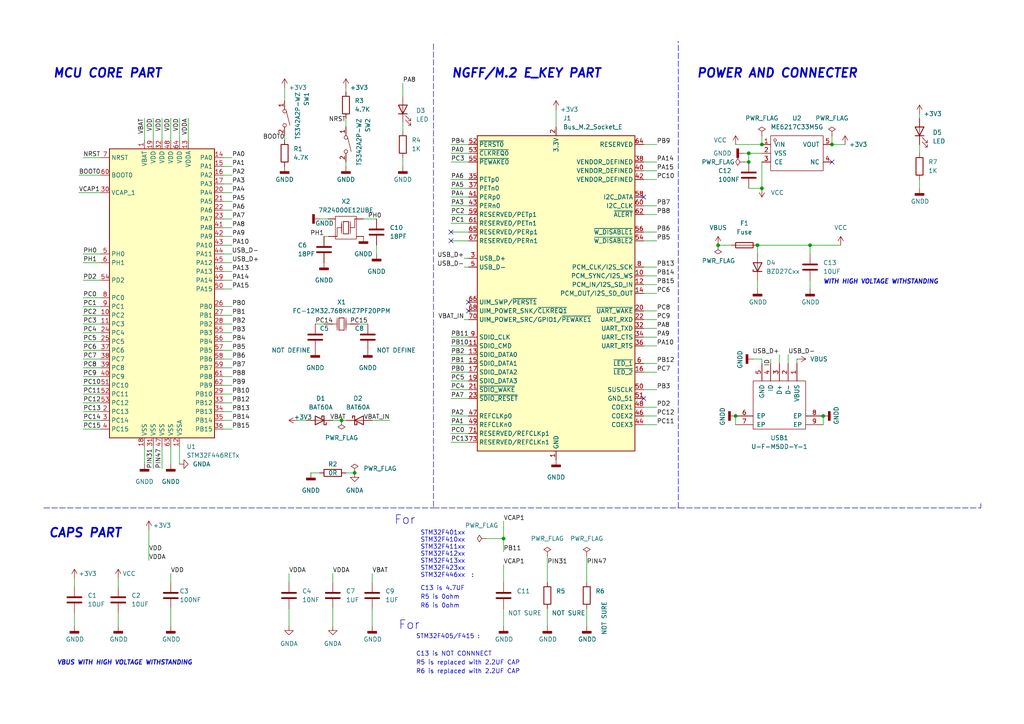
<source format=kicad_sch>
(kicad_sch (version 20211123) (generator eeschema)
  (paper "A4")
  (title_block (title "STM32_M.2_E_KEY_LQFP-64_USB") (date "2022-01-25") (rev "1.0") (company "JSZSZZY"))
  (lib_symbols
    (symbol "Connector:Bus_M.2_Socket_E"
      (property "Reference" "J1" (at 2.0194 50.8 0))
      (property "Value" "Bus_M.2_Socket_E" (at 2.0194 48.26 0))
      (symbol "Bus_M.2_Socket_E_1_1"
        (pin power_in line (at 0 -48.26 90) (length 2.54) (name "GND") (number "1"))
        (pin bidirectional line (at 25.4 5.08 180) (length 2.54) (name "PCM_SYNC/I2S_WS") (number "10"))
        (pin bidirectional line (at -25.4 -15.24 0) (length 2.54) (name "SDIO_CMD") (number "11"))
        (pin input line (at 25.4 2.54 180) (length 2.54) (name "PCM_IN/I2S_SD_IN") (number "12"))
        (pin bidirectional line (at -25.4 -17.78 0) (length 2.54) (name "SDIO_DATA0") (number "13"))
        (pin output line (at 25.4 0 180) (length 2.54) (name "PCM_OUT/I2S_SD_OUT") (number "14"))
        (pin bidirectional line (at -25.4 -20.32 0) (length 2.54) (name "SDIO_DATA1") (number "15"))
        (pin open_collector line (at 25.4 -22.86 180) (length 2.54) (name "~{LED_2}") (number "16"))
        (pin bidirectional line (at -25.4 -22.86 0) (length 2.54) (name "SDIO_DATA2") (number "17"))
        (pin passive line (at 0 -48.26 90) (length 2.54) hide (name "GND") (number "18"))
        (pin bidirectional line (at -25.4 -25.4 0) (length 2.54) (name "SDIO_DATA3") (number "19"))
        (pin power_in line (at 0 48.26 270) (length 2.54) (name "3.3V") (number "2"))
        (pin input line (at 25.4 -5.08 180) (length 2.54) (name "~{UART_WAKE}") (number "20"))
        (pin input line (at -25.4 -27.94 0) (length 2.54) (name "~{SDIO_WAKE}") (number "21"))
        (pin input line (at 25.4 -7.62 180) (length 2.54) (name "UART_RXD") (number "22"))
        (pin output line (at -25.4 -30.48 0) (length 2.54) (name "~{SDIO_RESET}") (number "23"))
        (pin bidirectional line (at -25.4 10.16 0) (length 2.54) (name "USB_D+") (number "3"))
        (pin output line (at 25.4 -10.16 180) (length 2.54) (name "UART_TXD") (number "32"))
        (pin passive line (at 0 -48.26 90) (length 2.54) hide (name "GND") (number "33"))
        (pin input line (at 25.4 -12.7 180) (length 2.54) (name "UART_CTS") (number "34"))
        (pin output line (at -25.4 33.02 0) (length 2.54) (name "PETp0") (number "35"))
        (pin output line (at 25.4 -15.24 180) (length 2.54) (name "UART_RTS") (number "36"))
        (pin output line (at -25.4 30.48 0) (length 2.54) (name "PETn0") (number "37"))
        (pin passive line (at 25.4 38.1 180) (length 2.54) (name "VENDOR_DEFINED") (number "38"))
        (pin passive line (at 0 -48.26 90) (length 2.54) hide (name "GND") (number "39"))
        (pin passive line (at 0 48.26 270) (length 2.54) hide (name "3.3V") (number "4"))
        (pin passive line (at 25.4 35.56 180) (length 2.54) (name "VENDOR_DEFINED") (number "40"))
        (pin input line (at -25.4 27.94 0) (length 2.54) (name "PERp0") (number "41"))
        (pin passive line (at 25.4 33.02 180) (length 2.54) (name "VENDOR_DEFINED") (number "42"))
        (pin input line (at -25.4 25.4 0) (length 2.54) (name "PERn0") (number "43"))
        (pin bidirectional line (at 25.4 -38.1 180) (length 2.54) (name "COEX3") (number "44"))
        (pin passive line (at 0 -48.26 90) (length 2.54) hide (name "GND") (number "45"))
        (pin bidirectional line (at 25.4 -35.56 180) (length 2.54) (name "COEX2") (number "46"))
        (pin output line (at -25.4 -35.56 0) (length 2.54) (name "REFCLKp0") (number "47"))
        (pin bidirectional line (at 25.4 -33.02 180) (length 2.54) (name "COEX1") (number "48"))
        (pin output line (at -25.4 -38.1 0) (length 2.54) (name "REFCLKn0") (number "49"))
        (pin bidirectional line (at -25.4 7.62 0) (length 2.54) (name "USB_D-") (number "5"))
        (pin output line (at 25.4 -27.94 180) (length 2.54) (name "SUSCLK") (number "50"))
        (pin bidirectional line (at 25.4 -30.48 180) (length 2.54) (name "GND_51") (number "51"))
        (pin output line (at -25.4 43.18 0) (length 2.54) (name "~{PERST0}") (number "52"))
        (pin bidirectional line (at -25.4 40.64 0) (length 2.54) (name "~{CLKREQ0}") (number "53"))
        (pin output line (at 25.4 15.24 180) (length 2.54) (name "~{W_DISABLE2}") (number "54"))
        (pin bidirectional line (at -25.4 38.1 0) (length 2.54) (name "~{PEWAKE0}") (number "55"))
        (pin output line (at 25.4 17.78 180) (length 2.54) (name "~{W_DISABLE1}") (number "56"))
        (pin passive line (at 0 -48.26 90) (length 2.54) hide (name "GND") (number "57"))
        (pin bidirectional line (at 25.4 27.94 180) (length 2.54) (name "I2C_DATA") (number "58"))
        (pin output line (at -25.4 22.86 0) (length 2.54) (name "RESERVED/PETp1") (number "59"))
        (pin open_collector line (at 25.4 -20.32 180) (length 2.54) (name "~{LED_1}") (number "6"))
        (pin output line (at 25.4 25.4 180) (length 2.54) (name "I2C_CLK") (number "60"))
        (pin output line (at -25.4 20.32 0) (length 2.54) (name "RESERVED/PETn1") (number "61"))
        (pin input line (at 25.4 22.86 180) (length 2.54) (name "~{ALERT}") (number "62"))
        (pin passive line (at 0 -48.26 90) (length 2.54) hide (name "GND") (number "63"))
        (pin passive line (at 25.4 43.18 180) (length 2.54) (name "RESERVED") (number "64"))
        (pin input line (at -25.4 17.78 0) (length 2.54) (name "RESERVED/PERp1") (number "65"))
        (pin output line (at -25.4 -2.54 0) (length 2.54) (name "UIM_SWP/~{PERST1}") (number "66"))
        (pin input line (at -25.4 15.24 0) (length 2.54) (name "RESERVED/PERn1") (number "67"))
        (pin bidirectional line (at -25.4 -5.08 0) (length 2.54) (name "UIM_POWER_SNK/~{CLKREQ1}") (number "68"))
        (pin passive line (at 0 -48.26 90) (length 2.54) hide (name "GND") (number "69"))
        (pin passive line (at 0 -48.26 90) (length 2.54) hide (name "GND") (number "7"))
        (pin bidirectional line (at -25.4 -7.62 0) (length 2.54) (name "UIM_POWER_SRC/GPIO1/~{PEWAKE1}") (number "70"))
        (pin output line (at -25.4 -40.64 0) (length 2.54) (name "RESERVED/REFCLKp1") (number "71"))
        (pin passive line (at 0 48.26 270) (length 2.54) hide (name "3.3V") (number "72"))
        (pin output line (at -25.4 -43.18 0) (length 2.54) (name "RESERVED/REFCLKn1") (number "73"))
        (pin passive line (at 0 48.26 270) (length 2.54) hide (name "3.3V") (number "74"))
        (pin passive line (at 0 -48.26 90) (length 2.54) hide (name "GND") (number "75"))
        (pin bidirectional line (at 25.4 7.62 180) (length 2.54) (name "PCM_CLK/I2S_SCK") (number "8"))
        (pin output line (at -25.4 -12.7 0) (length 2.54) (name "SDIO_CLK") (number "9"))
      )
    )
    (symbol "Device:C" (pin_numbers hide) (pin_names (offset 0.254))
      (property "Reference" "C" (at 0.635 2.54 0))
      (property "Value" "C" (at 0.635 -2.54 0))
      (symbol "C_1_1"
        (pin passive line (at 0 3.81 270) (length 2.794) (name "~") (number "1"))
        (pin passive line (at 0 -3.81 90) (length 2.794) (name "~") (number "2"))
      )
    )
    (symbol "Device:Fuse" (pin_numbers hide) (pin_names (offset 0))
      (property "Reference" "F" (at 2.032 0 90))
      (property "Value" "Fuse" (at -1.905 0 90))
      (symbol "Fuse_1_1"
        (pin passive line (at 0 3.81 270) (length 1.27) (name "~") (number "1"))
        (pin passive line (at 0 -3.81 90) (length 1.27) (name "~") (number "2"))
      )
    )
    (symbol "Device:LED" (pin_numbers hide) (pin_names (offset 1.016) hide)
      (property "Reference" "D" (at 0 2.54 0))
      (property "Value" "LED" (at 0 -2.54 0))
      (symbol "LED_1_1"
        (pin passive line (at -3.81 0 0) (length 2.54) (name "K") (number "1"))
        (pin passive line (at 3.81 0 180) (length 2.54) (name "A") (number "2"))
      )
    )
    (symbol "Device:R" (pin_numbers hide) (pin_names (offset 0))
      (property "Reference" "R" (at 2.032 0 90))
      (property "Value" "R" (at 0 0 90))
      (symbol "R_1_1"
        (pin passive line (at 0 3.81 270) (length 1.27) (name "~") (number "1"))
        (pin passive line (at 0 -3.81 90) (length 1.27) (name "~") (number "2"))
      )
    )
    (symbol "Diode:BAT60A" (pin_numbers hide) (pin_names (offset 1.016) hide)
      (property "Reference" "D" (at 0 2.54 0))
      (property "Value" "BAT60A" (at 0 -2.54 0))
      (symbol "BAT60A_1_1"
        (pin passive line (at -3.81 0 0) (length 2.54) (name "K") (number "1"))
        (pin passive line (at 3.81 0 180) (length 2.54) (name "A") (number "2"))
      )
    )
    (symbol "Diode:BZD27Cxx" (pin_numbers hide) (pin_names hide)
      (property "Reference" "D" (at 0 2.54 0))
      (property "Value" "BZD27Cxx" (at 0 -2.54 0))
      (symbol "BZD27Cxx_1_1"
        (pin passive line (at -3.81 0 0) (length 2.54) (name "K") (number "1"))
        (pin passive line (at 3.81 0 180) (length 2.54) (name "A") (number "2"))
      )
    )
    (symbol "MCU_ST_STM32F4:STM32F446RETx"
      (property "Reference" "U" (at -15.24 41.91 0))
      (property "Value" "STM32F446RETx" (at 10.16 41.91 0))
      (symbol "STM32F446RETx_1_1"
        (pin power_in line (at -5.08 43.18 270) (length 2.54) (name "VBAT") (number "1"))
        (pin bidirectional line (at -17.78 -7.62 0) (length 2.54) (name "PC2") (number "10"))
        (pin bidirectional line (at -17.78 -10.16 0) (length 2.54) (name "PC3") (number "11"))
        (pin power_in line (at 5.08 -45.72 90) (length 2.54) (name "VSSA") (number "12"))
        (pin power_in line (at 7.62 43.18 270) (length 2.54) (name "VDDA") (number "13"))
        (pin bidirectional line (at 17.78 38.1 180) (length 2.54) (name "PA0") (number "14"))
        (pin bidirectional line (at 17.78 35.56 180) (length 2.54) (name "PA1") (number "15"))
        (pin bidirectional line (at 17.78 33.02 180) (length 2.54) (name "PA2") (number "16"))
        (pin bidirectional line (at 17.78 30.48 180) (length 2.54) (name "PA3") (number "17"))
        (pin power_in line (at -5.08 -45.72 90) (length 2.54) (name "VSS") (number "18"))
        (pin power_in line (at -2.54 43.18 270) (length 2.54) (name "VDD") (number "19"))
        (pin bidirectional line (at -17.78 -35.56 0) (length 2.54) (name "PC13") (number "2"))
        (pin bidirectional line (at 17.78 27.94 180) (length 2.54) (name "PA4") (number "20"))
        (pin bidirectional line (at 17.78 25.4 180) (length 2.54) (name "PA5") (number "21"))
        (pin bidirectional line (at 17.78 22.86 180) (length 2.54) (name "PA6") (number "22"))
        (pin bidirectional line (at 17.78 20.32 180) (length 2.54) (name "PA7") (number "23"))
        (pin bidirectional line (at -17.78 -12.7 0) (length 2.54) (name "PC4") (number "24"))
        (pin bidirectional line (at -17.78 -15.24 0) (length 2.54) (name "PC5") (number "25"))
        (pin bidirectional line (at 17.78 -5.08 180) (length 2.54) (name "PB0") (number "26"))
        (pin bidirectional line (at 17.78 -7.62 180) (length 2.54) (name "PB1") (number "27"))
        (pin bidirectional line (at 17.78 -10.16 180) (length 2.54) (name "PB2") (number "28"))
        (pin bidirectional line (at 17.78 -30.48 180) (length 2.54) (name "PB10") (number "29"))
        (pin bidirectional line (at -17.78 -38.1 0) (length 2.54) (name "PC14") (number "3"))
        (pin power_in line (at -17.78 27.94 0) (length 2.54) (name "VCAP_1") (number "30"))
        (pin power_in line (at -2.54 -45.72 90) (length 2.54) (name "VSS") (number "31"))
        (pin power_in line (at 0 43.18 270) (length 2.54) (name "VDD") (number "32"))
        (pin bidirectional line (at 17.78 -33.02 180) (length 2.54) (name "PB12") (number "33"))
        (pin bidirectional line (at 17.78 -35.56 180) (length 2.54) (name "PB13") (number "34"))
        (pin bidirectional line (at 17.78 -38.1 180) (length 2.54) (name "PB14") (number "35"))
        (pin bidirectional line (at 17.78 -40.64 180) (length 2.54) (name "PB15") (number "36"))
        (pin bidirectional line (at -17.78 -17.78 0) (length 2.54) (name "PC6") (number "37"))
        (pin bidirectional line (at -17.78 -20.32 0) (length 2.54) (name "PC7") (number "38"))
        (pin bidirectional line (at -17.78 -22.86 0) (length 2.54) (name "PC8") (number "39"))
        (pin bidirectional line (at -17.78 -40.64 0) (length 2.54) (name "PC15") (number "4"))
        (pin bidirectional line (at -17.78 -25.4 0) (length 2.54) (name "PC9") (number "40"))
        (pin bidirectional line (at 17.78 17.78 180) (length 2.54) (name "PA8") (number "41"))
        (pin bidirectional line (at 17.78 15.24 180) (length 2.54) (name "PA9") (number "42"))
        (pin bidirectional line (at 17.78 12.7 180) (length 2.54) (name "PA10") (number "43"))
        (pin bidirectional line (at 17.78 10.16 180) (length 2.54) (name "PA11") (number "44"))
        (pin bidirectional line (at 17.78 7.62 180) (length 2.54) (name "PA12") (number "45"))
        (pin bidirectional line (at 17.78 5.08 180) (length 2.54) (name "PA13") (number "46"))
        (pin power_in line (at 0 -45.72 90) (length 2.54) (name "VSS") (number "47"))
        (pin power_in line (at 2.54 43.18 270) (length 2.54) (name "VDD") (number "48"))
        (pin bidirectional line (at 17.78 2.54 180) (length 2.54) (name "PA14") (number "49"))
        (pin input line (at -17.78 10.16 0) (length 2.54) (name "PH0") (number "5"))
        (pin bidirectional line (at 17.78 0 180) (length 2.54) (name "PA15") (number "50"))
        (pin bidirectional line (at -17.78 -27.94 0) (length 2.54) (name "PC10") (number "51"))
        (pin bidirectional line (at -17.78 -30.48 0) (length 2.54) (name "PC11") (number "52"))
        (pin bidirectional line (at -17.78 -33.02 0) (length 2.54) (name "PC12") (number "53"))
        (pin bidirectional line (at -17.78 2.54 0) (length 2.54) (name "PD2") (number "54"))
        (pin bidirectional line (at 17.78 -12.7 180) (length 2.54) (name "PB3") (number "55"))
        (pin bidirectional line (at 17.78 -15.24 180) (length 2.54) (name "PB4") (number "56"))
        (pin bidirectional line (at 17.78 -17.78 180) (length 2.54) (name "PB5") (number "57"))
        (pin bidirectional line (at 17.78 -20.32 180) (length 2.54) (name "PB6") (number "58"))
        (pin bidirectional line (at 17.78 -22.86 180) (length 2.54) (name "PB7") (number "59"))
        (pin input line (at -17.78 7.62 0) (length 2.54) (name "PH1") (number "6"))
        (pin input line (at -17.78 33.02 0) (length 2.54) (name "BOOT0") (number "60"))
        (pin bidirectional line (at 17.78 -25.4 180) (length 2.54) (name "PB8") (number "61"))
        (pin bidirectional line (at 17.78 -27.94 180) (length 2.54) (name "PB9") (number "62"))
        (pin power_in line (at 2.54 -45.72 90) (length 2.54) (name "VSS") (number "63"))
        (pin power_in line (at 5.08 43.18 270) (length 2.54) (name "VDD") (number "64"))
        (pin input line (at -17.78 38.1 0) (length 2.54) (name "NRST") (number "7"))
        (pin bidirectional line (at -17.78 -2.54 0) (length 2.54) (name "PC0") (number "8"))
        (pin bidirectional line (at -17.78 -5.08 0) (length 2.54) (name "PC1") (number "9"))
      )
    )
    (symbol "kicad_lceda:7R24000E12UBE" (pin_numbers hide) (pin_names (offset 1.016) hide)
      (property "Reference" "X" (at 0 0 0))
      (property "Value" "7R24000E12UBE" (at 0 0 0))
      (symbol "7R24000E12UBE_1_1"
        (pin input line (at -5.08 -2.54 0) (length 2.54) (name "OSC1") (number "1"))
        (pin input line (at 5.08 -2.54 180) (length 2.032) (name "GND") (number "2"))
        (pin input line (at 5.08 2.54 180) (length 2.54) (name "OSC2") (number "3"))
        (pin input line (at -5.08 2.54 0) (length 2.032) (name "GND") (number "4"))
      )
    )
    (symbol "kicad_lceda:FC-12M32.768KHZ7PF20PPM" (pin_numbers hide) (pin_names (offset 1.016) hide)
      (property "Reference" "X" (at 0 0 0))
      (property "Value" "FC-12M32.768KHZ7PF20PPM" (at 0 0 0))
      (symbol "FC-12M32.768KHZ7PF20PPM_1_1"
        (pin input line (at -5.08 0 0) (length 2.54) (name "OSC1") (number "1"))
        (pin input line (at 5.08 0 180) (length 2.54) (name "OSC2") (number "2"))
      )
    )
    (symbol "kicad_lceda:ME6217C33M5G" (pin_names (offset 1.016))
      (property "Reference" "U" (at 0 0 0))
      (property "Value" "ME6217C33M5G" (at 0 0 0))
      (symbol "ME6217C33M5G_1_1"
        (pin input line (at -10.16 2.54 0) (length 2.54) (name "VIN") (number "1"))
        (pin input line (at -10.16 0 0) (length 2.54) (name "VSS") (number "2"))
        (pin input line (at -10.16 -2.54 0) (length 2.54) (name "CE") (number "3"))
        (pin input line (at 10.16 -2.54 180) (length 2.54) (name "NC") (number "4"))
        (pin input line (at 10.16 2.54 180) (length 2.54) (name "VOUT") (number "5"))
      )
    )
    (symbol "kicad_lceda:TS342A2P-WZ" (pin_names (offset 1.016) hide)
      (property "Reference" "SW" (at 0 0 0))
      (property "Value" "TS342A2P-WZ" (at 0 0 0))
      (symbol "TS342A2P-WZ_1_1"
        (pin input line (at -5.08 0 0) (length 2.54) (name "1") (number "1"))
        (pin input line (at 5.08 0 180) (length 2.54) (name "2") (number "2"))
      )
    )
    (symbol "kicad_lceda:U-F-M5DD-Y-1" (pin_names (offset 1.016))
      (property "Reference" "USB" (at 0 0 0))
      (property "Value" "U-F-M5DD-Y-1" (at 0 0 0))
      (symbol "U-F-M5DD-Y-1_1_1"
        (pin input line (at -10.16 6.35 0) (length 5.08) (name "VBUS") (number "1"))
        (pin input line (at -10.16 3.81 0) (length 5.08) (name "D-") (number "2"))
        (pin input line (at -10.16 1.27 0) (length 5.08) (name "D+") (number "3"))
        (pin input line (at -10.16 -1.27 0) (length 5.08) (name "ID") (number "4"))
        (pin input line (at -10.16 -3.81 0) (length 5.08) (name "GND") (number "5"))
        (pin input line (at 5.08 -11.43 90) (length 5.08) (name "EP") (number "6"))
        (pin input line (at 7.62 -11.43 90) (length 5.08) (name "EP") (number "7"))
        (pin input line (at 5.08 13.97 270) (length 5.08) (name "EP") (number "8"))
        (pin input line (at 7.62 13.97 270) (length 5.08) (name "EP") (number "9"))
      )
    )
    (symbol "power:+3.3V" (power) (pin_names (offset 0))
      (property "Value" "+3.3V" (at 0 3.556 0))
      (symbol "+3.3V_1_1"
        (pin power_in line (at 0 0 90) (length 0) hide (name "+3V3") (number "1"))
      )
    )
    (symbol "power:GNDA" (power) (pin_names (offset 0))
      (property "Value" "GNDA" (at 0 -3.81 0))
      (symbol "GNDA_1_1"
        (pin power_in line (at 0 0 270) (length 0) hide (name "GNDA") (number "1"))
      )
    )
    (symbol "power:GNDD" (power) (pin_names (offset 0))
      (property "Value" "GNDD" (at 0 -3.175 0))
      (symbol "GNDD_1_1"
        (pin power_in line (at 0 0 270) (length 0) hide (name "GNDD") (number "1"))
      )
    )
    (symbol "power:PWR_FLAG" (power) (pin_numbers hide) (pin_names (offset 0) hide)
      (property "Value" "PWR_FLAG" (at 0 3.81 0))
      (symbol "PWR_FLAG_0_0"
        (pin power_out line (at 0 0 90) (length 0) (name "pwr") (number "1"))
      )
    )
    (symbol "power:VBUS" (power) (pin_names (offset 0))
      (property "Value" "VBUS" (at 0 3.81 0))
      (symbol "VBUS_1_1"
        (pin power_in line (at 0 0 90) (length 0) hide (name "VBUS") (number "1"))
      )
    )
    (symbol "power:VCC" (power) (pin_names (offset 0))
      (property "Value" "VCC" (at 0 3.81 0))
      (symbol "VCC_1_1"
        (pin power_in line (at 0 0 90) (length 0) hide (name "VCC") (number "1"))
      )
    )
  )
  (junction (at 217.17 44.45))
  (junction (at 219.71 71.12))
  (junction (at 208.28 71.12))
  (junction (at 146.05 156.21))
  (junction (at 220.98 41.91))
  (junction (at 234.95 71.12))
  (junction (at 213.36 120.65))
  (junction (at 217.17 46.99))
  (junction (at 220.98 54.61))
  (junction (at 241.3 41.91))
  (junction (at 238.76 120.65))
  (junction (at 102.87 137.16))
  (junction (at 99.06 121.92))
  (no_connect (at 186.69 115.57))
  (no_connect (at 186.69 57.15))
  (no_connect (at 135.89 87.63))
  (no_connect (at 135.89 90.17))
  (no_connect (at 130.81 67.31))
  (no_connect (at 241.3 46.99))
  (no_connect (at 130.81 69.85))
  (wire (pts (xy 96.52 121.92) (xy 99.06 121.92)))
  (wire (pts (xy 22.86 55.88) (xy 29.21 55.88)))
  (wire (pts (xy 21.59 167.64) (xy 21.59 170.18)))
  (wire (pts (xy 190.5 46.99) (xy 186.69 46.99)))
  (wire (pts (xy 46.99 34.29) (xy 46.99 40.64)))
  (wire (pts (xy 44.45 34.29) (xy 44.45 40.64)))
  (wire (pts (xy 67.31 63.5) (xy 64.77 63.5)))
  (wire (pts (xy 130.81 105.41) (xy 135.89 105.41)))
  (wire (pts (xy 67.31 106.68) (xy 64.77 106.68)))
  (wire (pts (xy 67.31 50.8) (xy 64.77 50.8)))
  (wire (pts (xy 266.7 33.02) (xy 266.7 34.29)))
  (wire (pts (xy 83.82 181.61) (xy 83.82 176.53)))
  (wire (pts (xy 67.31 68.58) (xy 64.77 68.58)))
  (wire (pts (xy 130.81 69.85) (xy 135.89 69.85)))
  (wire (pts (xy 67.31 58.42) (xy 64.77 58.42)))
  (wire (pts (xy 24.13 88.9) (xy 29.21 88.9)))
  (wire (pts (xy 100.33 48.26) (xy 100.33 46.99)))
  (wire (pts (xy 106.68 93.98) (xy 104.14 93.98)))
  (wire (pts (xy 158.75 161.29) (xy 158.75 168.91)))
  (wire (pts (xy 24.13 99.06) (xy 29.21 99.06)))
  (wire (pts (xy 96.52 181.61) (xy 96.52 176.53)))
  (wire (pts (xy 146.05 151.13) (xy 146.05 156.21)))
  (wire (pts (xy 24.13 124.46) (xy 29.21 124.46)))
  (wire (pts (xy 219.71 73.66) (xy 219.71 71.12)))
  (wire (pts (xy 208.28 71.12) (xy 212.09 71.12)))
  (wire (pts (xy 44.45 135.89) (xy 44.45 129.54)))
  (wire (pts (xy 219.71 71.12) (xy 234.95 71.12)))
  (wire (pts (xy 116.84 48.26) (xy 116.84 45.72)))
  (wire (pts (xy 130.81 41.91) (xy 135.89 41.91)))
  (wire (pts (xy 93.98 68.58) (xy 95.25 68.58)))
  (wire (pts (xy 220.98 39.37) (xy 220.98 41.91)))
  (wire (pts (xy 67.31 48.26) (xy 64.77 48.26)))
  (wire (pts (xy 24.13 73.66) (xy 29.21 73.66)))
  (wire (pts (xy 82.55 25.4) (xy 82.55 29.21)))
  (wire (pts (xy 49.53 129.54) (xy 49.53 134.62)))
  (wire (pts (xy 146.05 156.21) (xy 146.05 160.02)))
  (wire (pts (xy 146.05 163.83) (xy 146.05 168.91)))
  (wire (pts (xy 54.61 34.29) (xy 54.61 40.64)))
  (wire (pts (xy 24.13 101.6) (xy 29.21 101.6)))
  (wire (pts (xy 190.5 92.71) (xy 186.69 92.71)))
  (wire (pts (xy 130.81 67.31) (xy 135.89 67.31)))
  (wire (pts (xy 24.13 121.92) (xy 29.21 121.92)))
  (wire (pts (xy 130.81 123.19) (xy 135.89 123.19)))
  (wire (pts (xy 22.86 50.8) (xy 29.21 50.8)))
  (wire (pts (xy 134.62 77.47) (xy 135.89 77.47)))
  (wire (pts (xy 24.13 93.98) (xy 29.21 93.98)))
  (wire (pts (xy 140.97 156.21) (xy 146.05 156.21)))
  (wire (pts (xy 190.5 120.65) (xy 186.69 120.65)))
  (wire (pts (xy 170.18 181.61) (xy 170.18 176.53)))
  (wire (pts (xy 130.81 120.65) (xy 135.89 120.65)))
  (wire (pts (xy 67.31 101.6) (xy 64.77 101.6)))
  (wire (pts (xy 130.81 97.79) (xy 135.89 97.79)))
  (wire (pts (xy 21.59 181.61) (xy 21.59 177.8)))
  (wire (pts (xy 107.95 166.37) (xy 107.95 168.91)))
  (wire (pts (xy 130.81 59.69) (xy 135.89 59.69)))
  (wire (pts (xy 49.53 166.37) (xy 49.53 168.91)))
  (wire (pts (xy 158.75 181.61) (xy 158.75 176.53)))
  (wire (pts (xy 67.31 99.06) (xy 64.77 99.06)))
  (wire (pts (xy 217.17 44.45) (xy 220.98 44.45)))
  (wire (pts (xy 130.81 52.07) (xy 135.89 52.07)))
  (wire (pts (xy 190.5 59.69) (xy 186.69 59.69)))
  (wire (pts (xy 130.81 115.57) (xy 135.89 115.57)))
  (wire (pts (xy 190.5 113.03) (xy 186.69 113.03)))
  (wire (pts (xy 217.17 44.45) (xy 217.17 46.99)))
  (wire (pts (xy 130.81 107.95) (xy 135.89 107.95)))
  (wire (pts (xy 90.17 137.16) (xy 92.71 137.16)))
  (wire (pts (xy 67.31 124.46) (xy 64.77 124.46)))
  (wire (pts (xy 96.52 166.37) (xy 96.52 168.91)))
  (wire (pts (xy 107.95 181.61) (xy 107.95 176.53)))
  (wire (pts (xy 130.81 113.03) (xy 135.89 113.03)))
  (wire (pts (xy 190.5 77.47) (xy 186.69 77.47)))
  (wire (pts (xy 190.5 49.53) (xy 186.69 49.53)))
  (wire (pts (xy 190.5 52.07) (xy 186.69 52.07)))
  (wire (pts (xy 190.5 85.09) (xy 186.69 85.09)))
  (wire (pts (xy 134.62 74.93) (xy 135.89 74.93)))
  (wire (pts (xy 67.31 121.92) (xy 64.77 121.92)))
  (wire (pts (xy 24.13 109.22) (xy 29.21 109.22)))
  (wire (pts (xy 67.31 104.14) (xy 64.77 104.14)))
  (wire (pts (xy 213.36 120.65) (xy 213.36 123.19)))
  (wire (pts (xy 67.31 109.22) (xy 64.77 109.22)))
  (wire (pts (xy 24.13 81.28) (xy 29.21 81.28)))
  (polyline (pts (xy 196.85 147.32) (xy 284.48 147.32)))
  (wire (pts (xy 24.13 45.72) (xy 29.21 45.72)))
  (wire (pts (xy 83.82 166.37) (xy 83.82 168.91)))
  (polyline (pts (xy 12.7 147.32) (xy 125.73 147.32)))
  (wire (pts (xy 130.81 64.77) (xy 135.89 64.77)))
  (wire (pts (xy 67.31 83.82) (xy 64.77 83.82)))
  (wire (pts (xy 215.7491 44.45) (xy 217.17 44.45)))
  (wire (pts (xy 241.3 39.37) (xy 241.3 41.91)))
  (wire (pts (xy 266.7 44.45) (xy 266.7 41.91)))
  (wire (pts (xy 220.98 46.99) (xy 220.98 54.61)))
  (wire (pts (xy 67.31 88.9) (xy 64.77 88.9)))
  (wire (pts (xy 67.31 116.84) (xy 64.77 116.84)))
  (wire (pts (xy 130.81 110.49) (xy 135.89 110.49)))
  (wire (pts (xy 190.5 69.85) (xy 186.69 69.85)))
  (wire (pts (xy 116.84 38.1) (xy 116.84 35.56)))
  (wire (pts (xy 130.81 46.99) (xy 135.89 46.99)))
  (wire (pts (xy 223.52 104.14) (xy 223.52 105.41)))
  (wire (pts (xy 102.87 137.16) (xy 100.33 137.16)))
  (wire (pts (xy 134.62 92.71) (xy 135.89 92.71)))
  (wire (pts (xy 82.55 40.64) (xy 82.55 39.37)))
  (wire (pts (xy 219.71 81.28) (xy 219.71 83.82)))
  (wire (pts (xy 161.29 31.75) (xy 161.29 36.83)))
  (wire (pts (xy 231.14 104.14) (xy 231.14 105.41)))
  (polyline (pts (xy 125.73 147.32) (xy 196.7288 147.32)))
  (wire (pts (xy 24.13 116.84) (xy 29.21 116.84)))
  (wire (pts (xy 190.5 62.23) (xy 186.69 62.23)))
  (wire (pts (xy 67.31 78.74) (xy 64.77 78.74)))
  (wire (pts (xy 67.31 81.28) (xy 64.77 81.28)))
  (wire (pts (xy 100.33 36.83) (xy 100.33 34.29)))
  (wire (pts (xy 245.11 41.91) (xy 241.3 41.91)))
  (wire (pts (xy 220.98 104.14) (xy 218.44 104.14)))
  (wire (pts (xy 130.81 125.73) (xy 135.89 125.73)))
  (wire (pts (xy 24.13 76.2) (xy 29.21 76.2)))
  (wire (pts (xy 34.29 181.61) (xy 34.29 177.8)))
  (wire (pts (xy 130.81 62.23) (xy 135.89 62.23)))
  (wire (pts (xy 228.6 102.87) (xy 228.6 105.41)))
  (wire (pts (xy 24.13 106.68) (xy 29.21 106.68)))
  (polyline (pts (xy 125.73 12.7) (xy 125.73 147.32)))
  (wire (pts (xy 67.31 91.44) (xy 64.77 91.44)))
  (wire (pts (xy 109.22 63.5) (xy 105.41 63.5)))
  (wire (pts (xy 130.81 128.27) (xy 135.89 128.27)))
  (wire (pts (xy 24.13 119.38) (xy 29.21 119.38)))
  (wire (pts (xy 234.95 83.82) (xy 234.95 81.28)))
  (wire (pts (xy 67.31 60.96) (xy 64.77 60.96)))
  (polyline (pts (xy 284.48 146.05) (xy 284.48 147.32)))
  (wire (pts (xy 226.06 102.87) (xy 226.06 105.41)))
  (wire (pts (xy 92.71 63.5) (xy 95.25 63.5)))
  (wire (pts (xy 24.13 114.3) (xy 29.21 114.3)))
  (wire (pts (xy 190.5 82.55) (xy 186.69 82.55)))
  (wire (pts (xy 24.13 91.44) (xy 29.21 91.44)))
  (wire (pts (xy 67.31 93.98) (xy 64.77 93.98)))
  (wire (pts (xy 24.13 86.36) (xy 29.21 86.36)))
  (wire (pts (xy 190.5 100.33) (xy 186.69 100.33)))
  (wire (pts (xy 220.98 105.41) (xy 220.98 104.14)))
  (wire (pts (xy 99.06 121.92) (xy 100.33 121.92)))
  (wire (pts (xy 52.07 134.62) (xy 52.07 129.54)))
  (wire (pts (xy 67.31 45.72) (xy 64.77 45.72)))
  (wire (pts (xy 24.13 111.76) (xy 29.21 111.76)))
  (wire (pts (xy 24.13 104.14) (xy 29.21 104.14)))
  (wire (pts (xy 130.81 54.61) (xy 135.89 54.61)))
  (wire (pts (xy 243.84 71.12) (xy 234.95 71.12)))
  (wire (pts (xy 190.5 107.95) (xy 186.69 107.95)))
  (wire (pts (xy 49.53 181.61) (xy 49.53 176.53)))
  (wire (pts (xy 67.31 96.52) (xy 64.77 96.52)))
  (wire (pts (xy 130.81 57.15) (xy 135.89 57.15)))
  (wire (pts (xy 67.31 114.3) (xy 64.77 114.3)))
  (wire (pts (xy 190.5 80.01) (xy 186.69 80.01)))
  (wire (pts (xy 86.36 121.92) (xy 88.9 121.92)))
  (wire (pts (xy 190.5 90.17) (xy 186.69 90.17)))
  (wire (pts (xy 190.5 123.19) (xy 186.69 123.19)))
  (wire (pts (xy 46.99 135.89) (xy 46.99 129.54)))
  (wire (pts (xy 190.5 105.41) (xy 186.69 105.41)))
  (wire (pts (xy 67.31 55.88) (xy 64.77 55.88)))
  (wire (pts (xy 190.5 95.25) (xy 186.69 95.25)))
  (wire (pts (xy 91.44 93.98) (xy 93.98 93.98)))
  (wire (pts (xy 190.5 97.79) (xy 186.69 97.79)))
  (wire (pts (xy 100.33 26.67) (xy 100.33 25.4)))
  (wire (pts (xy 146.05 181.61) (xy 146.05 176.53)))
  (wire (pts (xy 234.95 71.12) (xy 234.95 73.66)))
  (wire (pts (xy 24.13 96.52) (xy 29.21 96.52)))
  (wire (pts (xy 67.31 53.34) (xy 64.77 53.34)))
  (wire (pts (xy 109.22 73.66) (xy 109.22 71.12)))
  (wire (pts (xy 113.03 121.92) (xy 107.95 121.92)))
  (wire (pts (xy 190.5 41.91) (xy 186.69 41.91)))
  (wire (pts (xy 43.18 153.67) (xy 43.18 162.56)))
  (wire (pts (xy 41.91 134.62) (xy 41.91 129.54)))
  (wire (pts (xy 67.31 66.04) (xy 64.77 66.04)))
  (wire (pts (xy 49.53 34.29) (xy 49.53 40.64)))
  (wire (pts (xy 220.98 54.61) (xy 217.17 54.61)))
  (wire (pts (xy 41.91 34.29) (xy 41.91 40.64)))
  (wire (pts (xy 67.31 119.38) (xy 64.77 119.38)))
  (wire (pts (xy 190.5 67.31) (xy 186.69 67.31)))
  (wire (pts (xy 67.31 73.66) (xy 64.77 73.66)))
  (wire (pts (xy 170.18 161.29) (xy 170.18 168.91)))
  (wire (pts (xy 67.31 71.12) (xy 64.77 71.12)))
  (wire (pts (xy 130.81 44.45) (xy 135.89 44.45)))
  (polyline (pts (xy 196.7288 147.32) (xy 196.7288 11.973)))
  (wire (pts (xy 190.5 118.11) (xy 186.69 118.11)))
  (wire (pts (xy 266.7 54.61) (xy 266.7 52.07)))
  (wire (pts (xy 67.31 111.76) (xy 64.77 111.76)))
  (wire (pts (xy 213.36 41.91) (xy 220.98 41.91)))
  (wire (pts (xy 67.31 76.2) (xy 64.77 76.2)))
  (wire (pts (xy 130.81 100.33) (xy 135.89 100.33)))
  (wire (pts (xy 130.81 102.87) (xy 135.89 102.87)))
  (polyline (pts (xy 196.6682 12.2153) (xy 196.7288 11.973)))
  (wire (pts (xy 215.9 46.99) (xy 217.17 46.99)))
  (wire (pts (xy 116.84 24.13) (xy 116.84 27.94)))
  (wire (pts (xy 34.29 167.64) (xy 34.29 170.18)))
  (wire (pts (xy 238.76 120.65) (xy 238.76 123.19)))
  (wire (pts (xy 52.07 34.29) (xy 52.07 40.64)))
  (text "CAPS PART" (at 13.97 156.21 0) (effects (font (size 2.54 2.54) bold italic) (justify left bottom)))
  (text "NGFF/M.2 E_KEY PART" (at 130.81 22.86 0) (effects (font (size 2.54 2.54) bold italic) (justify left bottom)))
  (text "C13 is 4.7UF" (at 121.92 171.45 0) (effects (font (size 1.27 1.27)) (justify left bottom)))
  (text "STM32F405/F415 :" (at 120.65 185.42 0) (effects (font (size 1.27 1.27)) (justify left bottom)))
  (text "WITH HIGH VOLTAGE WITHSTANDING" (at 238.76 82.55 0) (effects (font (size 1.27 1.27) (thickness 0.254) bold italic) (justify left bottom)))
  (text "R6 is 0ohm" (at 121.92 176.53 0) (effects (font (size 1.27 1.27)) (justify left bottom)))
  (text "R6 is replaced with 2.2UF CAP" (at 120.65 195.58 0) (effects (font (size 1.27 1.27)) (justify left bottom)))
  (text "POWER AND CONNECTER" (at 201.93 22.86 0) (effects (font (size 2.54 2.54) bold italic) (justify left bottom)))
  (text "For" (at 115.57 182.88 0) (effects (font (size 2.54 2.54)) (justify left bottom)))
  (text "STM32F401xx\nSTM32F410xx\nSTM32F411xx\nSTM32F412xx\nSTM32F413xx\nSTM32F423xx\nSTM32F446xx  :\n" (at 121.92 167.64 0) (effects (font (size 1.27 1.27)) (justify left bottom)))
  (text "MCU CORE PART\n" (at 15.24 22.86 0) (effects (font (size 2.54 2.54) bold italic) (justify left bottom)))
  (text "For" (at 114.3 152.4 0) (effects (font (size 2.54 2.54)) (justify left bottom)))
  (text "R5 is replaced with 2.2UF CAP" (at 120.65 193.04 0) (effects (font (size 1.27 1.27)) (justify left bottom)))
  (text "C13 is NOT CONNNECT" (at 120.65 190.5 0) (effects (font (size 1.27 1.27)) (justify left bottom)))
  (text "VBUS WITH HIGH VOLTAGE WITHSTANDING" (at 16.51 193.04 0) (effects (font (size 1.27 1.27) (thickness 0.254) bold italic) (justify left bottom)))
  (text "R5 is 0ohm" (at 121.92 173.99 0) (effects (font (size 1.27 1.27)) (justify left bottom)))
  (label "PB8" (at 190.5 62.23 0))
  (label "PB10" (at 67.31 114.3 0))
  (label "PA6" (at 130.81 52.07 0))
  (label "PC5" (at 130.81 110.49 0))
  (label "PC4" (at 24.13 96.52 0))
  (label "VCAP1" (at 146.05 151.2435 0))
  (label "PC8" (at 24.13 106.68 0))
  (label "PB5" (at 67.31 101.6 0))
  (label "PB1" (at 130.81 105.41 0))
  (label "PC7" (at 190.5 107.95 0))
  (label "BOOT0" (at 82.55 40.64 180))
  (label "PB8" (at 67.31 109.22 0))
  (label "PC3" (at 24.13 93.98 0))
  (label "PIN47" (at 46.99 135.89 90))
  (label "PH0" (at 24.13 73.66 0))
  (label "ID" (at 223.52 104.14 270))
  (label "PC14" (at 91.44 93.98 0))
  (label "VDD" (at 52.07 34.29 270))
  (label "PC2" (at 130.81 62.23 0))
  (label "VDDA" (at 83.82 166.37 0))
  (label "PC9" (at 190.5 92.71 0))
  (label "PD2" (at 190.5 118.11 0))
  (label "PB6" (at 190.5 67.31 0))
  (label "VDD" (at 49.53 166.37 0))
  (label "PB5" (at 190.5 69.85 0))
  (label "PA5" (at 130.81 54.61 0))
  (label "PC10" (at 24.13 111.76 0))
  (label "PB0" (at 67.31 88.9 0))
  (label "PA0" (at 67.31 45.72 0))
  (label "NRST" (at 24.13 45.72 0))
  (label "PC3" (at 130.81 46.99 0))
  (label "PC15" (at 106.68 93.98 180))
  (label "PA13" (at 67.31 78.74 0))
  (label "PC9" (at 24.13 109.22 0))
  (label "PB7" (at 67.31 106.68 0))
  (label "PC5" (at 24.13 99.06 0))
  (label "PB15" (at 190.5 82.55 0))
  (label "PC7" (at 24.13 104.14 0))
  (label "PA15" (at 190.5 49.53 0))
  (label "PA7" (at 67.31 63.5 0))
  (label "PC1" (at 24.13 88.9 0))
  (label "PC11" (at 190.5 123.19 0))
  (label "PC8" (at 190.5 90.17 0))
  (label "VDD" (at 46.99 34.29 270))
  (label "PA14" (at 190.5 46.99 0))
  (label "PB13" (at 190.5 77.47 0))
  (label "PB2" (at 130.81 102.87 0))
  (label "PIN31" (at 158.75 163.83 0))
  (label "PH1" (at 93.98 68.58 180))
  (label "PA4" (at 130.81 57.15 0))
  (label "PC6" (at 24.13 101.6 0))
  (label "PC13" (at 130.81 128.27 0))
  (label "PA7" (at 130.81 115.57 0))
  (label "PC2" (at 24.13 91.44 0))
  (label "PB3" (at 67.31 96.52 0))
  (label "PB11" (at 146.05 160.02 0))
  (label "PA2" (at 130.81 120.65 0))
  (label "PH0" (at 106.68 63.5 0))
  (label "PA0" (at 130.81 44.45 0))
  (label "PB10" (at 130.81 100.33 0))
  (label "PA9" (at 67.31 68.58 0))
  (label "PH1" (at 24.13 76.2 0))
  (label "PD2" (at 24.13 81.28 0))
  (label "PIN31" (at 44.45 135.89 90))
  (label "PC1" (at 130.81 64.77 0))
  (label "USB_D-" (at 134.62 77.47 180))
  (label "PA3" (at 130.81 59.69 0))
  (label "VBAT_IN" (at 113.03 121.92 180))
  (label "USB_D-" (at 228.6 102.87 0))
  (label "PB9" (at 190.5 41.91 0))
  (label "USB_D+" (at 226.06 102.87 180))
  (label "PA5" (at 67.31 58.42 0))
  (label "VDD" (at 44.45 34.29 270))
  (label "USB_D+" (at 134.62 74.93 180))
  (label "PB12" (at 67.31 116.84 0))
  (label "PC11" (at 24.13 114.3 0))
  (label "VDDA" (at 96.52 166.37 0))
  (label "PB6" (at 67.31 104.14 0))
  (label "PA1" (at 130.81 123.19 0))
  (label "PB14" (at 190.5 80.01 0))
  (label "PC4" (at 130.81 113.03 0))
  (label "VDD" (at 43.18 160.02 0))
  (label "PB9" (at 67.31 111.76 0))
  (label "PIN47" (at 170.18 163.83 0))
  (label "VDDA" (at 43.18 162.56 0))
  (label "PB11" (at 130.81 97.79 0))
  (label "PC6" (at 190.5 85.09 0))
  (label "PB13" (at 67.31 119.38 0))
  (label "PA1" (at 67.31 48.26 0))
  (label "PA2" (at 67.31 50.8 0))
  (label "PB12" (at 190.5 105.41 0))
  (label "PA10" (at 190.5 100.33 0))
  (label "PB4" (at 130.81 41.91 0))
  (label "VCAP1" (at 22.86 55.88 0))
  (label "VDD" (at 49.53 34.29 270))
  (label "PC0" (at 130.81 125.73 0))
  (label "PB1" (at 67.31 91.44 0))
  (label "PC0" (at 24.13 86.36 0))
  (label "PA15" (at 67.31 83.82 0))
  (label "PC14" (at 24.13 121.92 0))
  (label "PA3" (at 67.31 53.34 0))
  (label "NRST" (at 100.33 35.56 180))
  (label "PB3" (at 190.5 113.03 0))
  (label "PB0" (at 130.81 107.95 0))
  (label "VBAT" (at 100.33 121.92 180))
  (label "PC10" (at 190.5 52.07 0))
  (label "BOOT0" (at 22.86 50.8 0))
  (label "PB15" (at 67.31 124.46 0))
  (label "PC15" (at 24.13 124.46 0))
  (label "USB_D-" (at 67.2345 73.66 0))
  (label "PA8" (at 67.31 66.04 0))
  (label "PB2" (at 67.31 93.98 0))
  (label "PC12" (at 24.13 116.84 0))
  (label "PB7" (at 190.5 59.69 0))
  (label "PB4" (at 67.31 99.06 0))
  (label "VCAP1" (at 146.05 163.83 0))
  (label "VBAT" (at 107.95 166.37 0))
  (label "VBAT_IN" (at 134.62 92.71 180))
  (label "USB_D+" (at 67.31 76.2 0))
  (label "PA10" (at 67.31 71.12 0))
  (label "PC13" (at 24.13 119.38 0))
  (label "VDDA" (at 54.61 34.29 270))
  (label "VBAT" (at 41.91 34.29 270))
  (label "PC12" (at 190.5 120.65 0))
  (label "PA14" (at 67.31 81.28 0))
  (label "PA4" (at 67.31 55.88 0))
  (label "PA8" (at 190.5 95.25 0))
  (label "PA6" (at 67.31 60.96 0))
  (label "PA8" (at 116.84 24.13 0))
  (label "PB14" (at 67.31 121.92 0))
  (label "PA9" (at 190.5 97.79 0))
  (symbol (lib_id "Device:C") (at 107.95 172.72 0) (unit 1)
    (property "Reference" "C9" (at 111.76 171.4499 0) (effects (justify left)))
    (property "Value" "1UF" (at 111.76 173.9899 0) (effects (justify left)))
    (property "Footprint" "Capacitor_SMD:C_0603_1608Metric" (effects hide))
  )
  (symbol (lib_id "power:GNDD") (at 213.36 120.65 270) (unit 1)
    (property "Reference" "#PWR034" (effects hide))
    (property "Value" "GNDD" (at 209.55 118.11 0) (effects (justify left)))
  )
  (symbol (lib_id "power:GNDD") (at 21.59 181.61 0) (unit 1)
    (property "Reference" "#PWR02" (effects hide))
    (property "Value" "GNDD" (at 19.05 185.42 0) (effects (justify left)))
  )
  (symbol (lib_id "power:GNDD") (at 161.29 133.35 0) (unit 1)
    (property "Reference" "#PWR030" (effects hide))
    (property "Value" "GNDD" (at 161.29 138.43 0))
  )
  (symbol (lib_id "kicad_lceda:TS342A2P-WZ") (at 82.55 34.29 270) (unit 1)
    (property "Reference" "SW1" (at 88.9 26.67 0) (effects (justify left)))
    (property "Value" "TS342A2P-WZ" (at 86.36 26.67 0) (effects (justify left)))
    (property "Footprint" "kicad_lceda:SW-SMD_L4.0-W2.9-LS5.0" (effects hide))
    (property "Datasheet" "https://atta.szlcsc.com/upload/public/pdf/source/20200519/C557591_B3A5A21584733303F06306F18577DA8B.pdf" (effects hide))
    (property "SuppliersPartNumber" "C557591" (effects hide))
    (property "uuid" "pro:905b2f378e6847aaa3e26a5b3c85860a" (effects hide))
  )
  (symbol (lib_id "power:GNDD") (at 49.53 181.61 0) (unit 1)
    (property "Reference" "#PWR08" (effects hide))
    (property "Value" "GNDD" (at 46.99 185.42 0) (effects (justify left)))
  )
  (symbol (lib_id "Device:C") (at 93.98 72.39 0) (unit 1)
    (property "Reference" "C6" (at 86.36 71.12 0) (effects (justify left)))
    (property "Value" "18PF" (at 86.36 73.66 0) (effects (justify left)))
    (property "Footprint" "Capacitor_SMD:C_0402_1005Metric" (effects hide))
  )
  (symbol (lib_id "power:PWR_FLAG") (at 208.28 71.12 180) (unit 1)
    (property "Reference" "#FLG06" (effects hide))
    (property "Value" "PWR_FLAG" (at 203.5548 75.6523 0) (effects (justify right)))
  )
  (symbol (lib_id "power:VBUS") (at 231.14 104.14 270) (unit 1)
    (property "Reference" "#PWR039" (effects hide))
    (property "Value" "VBUS" (at 234.95 104.1399 90) (effects (justify left)))
  )
  (symbol (lib_id "power:VCC") (at 243.84 71.12 0) (unit 1)
    (property "Reference" "#PWR042" (effects hide))
    (property "Value" "VCC" (at 243.84 66.04 0))
  )
  (symbol (lib_id "power:GNDD") (at 105.41 68.58 0) (unit 1)
    (property "Reference" "#PWR022" (effects hide))
    (property "Value" "GNDD" (at 105.41 73.66 0))
  )
  (symbol (lib_id "power:+3.3V") (at 161.29 31.75 0) (unit 1)
    (property "Reference" "#PWR029" (effects hide))
    (property "Value" "+3.3V" (at 165.1 31.75 0))
  )
  (symbol (lib_id "power:GNDD") (at 100.33 48.26 0) (unit 1)
    (property "Reference" "#PWR020" (effects hide))
    (property "Value" "GNDD" (at 100.33 52.07 0))
  )
  (symbol (lib_id "Device:C") (at 109.22 67.31 0) (unit 1)
    (property "Reference" "C10" (at 113.03 66.0399 0) (effects (justify left)))
    (property "Value" "18PF" (at 113.03 68.5799 0) (effects (justify left)))
    (property "Footprint" "Capacitor_SMD:C_0402_1005Metric" (effects hide))
  )
  (symbol (lib_id "power:GNDA") (at 96.52 181.61 0) (unit 1)
    (property "Reference" "#PWR0102" (effects hide))
    (property "Value" "GNDA" (at 96.52 186.69 0))
  )
  (symbol (lib_id "power:GNDA") (at 102.87 137.16 0) (unit 1)
    (property "Reference" "#PWR021" (effects hide))
    (property "Value" "GNDA" (at 102.87 142.24 0))
  )
  (symbol (lib_id "power:PWR_FLAG") (at 102.87 137.16 0) (unit 1)
    (property "Reference" "#FLG02" (effects hide))
    (property "Value" "PWR_FLAG" (at 105.41 135.8899 0) (effects (justify left)))
  )
  (symbol (lib_id "power:GNDD") (at 107.95 181.61 0) (unit 1)
    (property "Reference" "#PWR024" (effects hide))
    (property "Value" "GNDD" (at 105.41 185.42 0) (effects (justify left)))
  )
  (symbol (lib_id "power:GNDD") (at 146.05 181.61 0) (unit 1)
    (property "Reference" "#PWR027" (effects hide))
    (property "Value" "GNDD" (at 143.51 185.42 0) (effects (justify left)))
  )
  (symbol (lib_id "power:GNDD") (at 34.29 181.61 0) (unit 1)
    (property "Reference" "#PWR04" (effects hide))
    (property "Value" "GNDD" (at 31.75 185.42 0) (effects (justify left)))
  )
  (symbol (lib_id "power:+3.3V") (at 82.55 25.4 0) (unit 1)
    (property "Reference" "#PWR010" (effects hide))
    (property "Value" "+3.3V" (at 86.36 25.4 0))
  )
  (symbol (lib_id "Device:R") (at 96.52 137.16 270) (unit 1)
    (property "Reference" "R2" (at 96.52 134.62 90))
    (property "Value" "0R" (at 96.52 137.16 90))
    (property "Footprint" "Resistor_SMD:R_0603_1608Metric" (effects hide))
  )
  (symbol (lib_id "Device:C") (at 146.05 172.72 0) (unit 1)
    (property "Reference" "C11" (at 149.86 171.4499 0) (effects (justify left)))
    (property "Value" "NOT SURE" (at 147.32 177.8 0) (effects (justify left)))
    (property "Footprint" "Capacitor_SMD:C_0603_1608Metric" (effects hide))
  )
  (symbol (lib_id "power:+3.3V") (at 43.18 153.67 0) (unit 1)
    (property "Reference" "#PWR06" (effects hide))
    (property "Value" "+3.3V" (at 46.99 152.4 0))
  )
  (symbol (lib_id "Device:C") (at 83.82 172.72 0) (unit 1)
    (property "Reference" "C4" (at 87.63 171.4499 0) (effects (justify left)))
    (property "Value" "10NF" (at 87.63 173.9899 0) (effects (justify left)))
    (property "Footprint" "Capacitor_SMD:C_0603_1608Metric" (effects hide))
  )
  (symbol (lib_id "power:GNDA") (at 83.82 181.61 0) (unit 1)
    (property "Reference" "#PWR0101" (effects hide))
    (property "Value" "GNDA" (at 83.82 186.69 0))
  )
  (symbol (lib_id "Device:C") (at 34.29 173.99 0) (unit 1)
    (property "Reference" "C2" (at 38.1 172.7199 0) (effects (justify left)))
    (property "Value" "10UF" (at 38.1 175.2599 0) (effects (justify left)))
    (property "Footprint" "Capacitor_SMD:C_0603_1608Metric" (effects hide))
  )
  (symbol (lib_id "power:GNDD") (at 106.68 101.6 0) (unit 1)
    (property "Reference" "#PWR023" (effects hide))
    (property "Value" "GNDD" (at 106.68 106.68 0))
  )
  (symbol (lib_id "Device:LED") (at 266.7 38.1 90) (unit 1)
    (property "Reference" "D5" (at 270.51 38.4174 90) (effects (justify right)))
    (property "Value" "LED" (at 270.51 40.9574 90) (effects (justify right)))
    (property "Footprint" "LED_SMD:LED_0603_1608Metric" (effects hide))
  )
  (symbol (lib_id "power:+3.3V") (at 21.59 167.64 0) (unit 1)
    (property "Reference" "#PWR01" (effects hide))
    (property "Value" "+3.3V" (at 25.4 166.37 0))
  )
  (symbol (lib_id "power:GNDD") (at 116.84 48.26 0) (unit 1)
    (property "Reference" "#PWR026" (effects hide))
    (property "Value" "GNDD" (at 116.84 52.07 0))
  )
  (symbol (lib_id "power:GNDD") (at 158.75 181.61 0) (unit 1)
    (property "Reference" "#PWR028" (effects hide))
    (property "Value" "GNDD" (at 156.21 185.42 0) (effects (justify left)))
  )
  (symbol (lib_id "power:GNDD") (at 82.55 48.26 0) (unit 1)
    (property "Reference" "#PWR011" (effects hide))
    (property "Value" "GNDD" (at 82.55 52.07 0))
  )
  (symbol (lib_id "power:VBUS") (at 208.28 71.12 0) (unit 1)
    (property "Reference" "#PWR032" (effects hide))
    (property "Value" "VBUS" (at 208.28 66.04 0))
  )
  (symbol (lib_id "power:GNDD") (at 109.22 73.66 0) (unit 1)
    (property "Reference" "#PWR025" (effects hide))
    (property "Value" "GNDD" (at 109.22 78.74 0))
  )
  (symbol (lib_id "power:GNDD") (at 238.76 120.65 90) (unit 1)
    (property "Reference" "#PWR041" (effects hide))
    (property "Value" "GNDD" (at 242.57 123.19 0) (effects (justify left)))
  )
  (symbol (lib_id "power:PWR_FLAG") (at 158.75 161.29 0) (unit 1)
    (property "Reference" "#FLG04" (effects hide))
    (property "Value" "PWR_FLAG" (at 158.75 156.21 0))
  )
  (symbol (lib_id "power:GNDD") (at 91.44 101.6 0) (unit 1)
    (property "Reference" "#PWR015" (effects hide))
    (property "Value" "GNDD" (at 91.44 106.68 0))
  )
  (symbol (lib_id "power:GNDD") (at 170.18 181.61 0) (unit 1)
    (property "Reference" "#PWR031" (effects hide))
    (property "Value" "GNDD" (at 167.64 185.42 0) (effects (justify left)))
  )
  (symbol (lib_id "power:GNDD") (at 93.98 76.2 0) (unit 1)
    (property "Reference" "#PWR017" (effects hide))
    (property "Value" "GNDD" (at 93.98 81.28 0))
  )
  (symbol (lib_id "kicad_lceda:FC-12M32.768KHZ7PF20PPM") (at 99.06 93.98 0) (unit 1)
    (property "Reference" "X1" (at 99.06 87.63 0))
    (property "Value" "FC-12M32.768KHZ7PF20PPM" (at 99.06 90.17 0))
    (property "Footprint" "kicad_lceda:FC-12M_L2.0-W1.2" (effects hide))
    (property "Datasheet" "https://atta.szlcsc.com/upload/public/pdf/source/20201208/C99009_C8E15F958CFE3CE2EDA27C0490B1C4AB.pdf" (effects hide))
    (property "SuppliersPartNumber" "C99009" (effects hide))
    (property "uuid" "pro:654458a507ce4dc88aeb31dd920eb36c" (effects hide))
  )
  (symbol (lib_id "kicad_lceda:7R24000E12UBE") (at 100.33 66.04 0) (unit 1)
    (property "Reference" "X2" (at 100.33 58.42 0))
    (property "Value" "7R24000E12UBE" (at 100.33 60.96 0))
    (property "Footprint" "kicad_lceda:CRYSTAL-SMD_4P-L1.6-W1.2-BL" (effects hide))
    (property "Datasheet" "https://atta.szlcsc.com/upload/public/pdf/source/20190308/C252278_A891A1C4AFC409F97EC606C4E27E6FD7.pdf" (effects hide))
    (property "SuppliersPartNumber" "C252278" (effects hide))
    (property "uuid" "pro:d636a953b5574ed3ab9c2d56000183d0" (effects hide))
  )
  (symbol (lib_id "Device:C") (at 106.68 97.79 0) (unit 1)
    (property "Reference" "C8" (at 102.87 95.25 0) (effects (justify left)))
    (property "Value" "NOT DEFINE" (at 109.22 101.6 0) (effects (justify left)))
    (property "Footprint" "Capacitor_SMD:C_0402_1005Metric" (effects hide))
  )
  (symbol (lib_id "power:VCC") (at 213.36 41.91 0) (unit 1)
    (property "Reference" "#PWR033" (effects hide))
    (property "Value" "VCC" (at 210.82 40.64 0) (effects (justify right)))
  )
  (symbol (lib_id "power:GNDD") (at 41.91 134.62 0) (unit 1)
    (property "Reference" "#PWR05" (effects hide))
    (property "Value" "GNDD" (at 41.91 139.7 0))
  )
  (symbol (lib_id "Device:C") (at 21.59 173.99 0) (unit 1)
    (property "Reference" "C1" (at 25.4 172.7199 0) (effects (justify left)))
    (property "Value" "10UF" (at 25.4 175.2599 0) (effects (justify left)))
    (property "Footprint" "Capacitor_SMD:C_0603_1608Metric" (effects hide))
  )
  (symbol (lib_id "power:+3.3V") (at 100.33 25.4 0) (unit 1)
    (property "Reference" "#PWR019" (effects hide))
    (property "Value" "+3.3V" (at 104.14 25.4 0))
  )
  (symbol (lib_id "power:GNDD") (at 92.71 63.5 270) (unit 1)
    (property "Reference" "#PWR016" (effects hide))
    (property "Value" "GNDD" (at 91.44 64.77 90) (effects (justify left)))
  )
  (symbol (lib_id "Device:R") (at 170.18 172.72 0) (unit 1)
    (property "Reference" "R6" (at 172.72 171.4499 0) (effects (justify left)))
    (property "Value" "NOT SURE" (at 175.26 184.15 90) (effects (justify left)))
    (property "Footprint" "Resistor_SMD:R_0603_1608Metric" (effects hide))
  )
  (symbol (lib_id "Device:C") (at 96.52 172.72 0) (unit 1)
    (property "Reference" "C7" (at 100.33 171.4499 0) (effects (justify left)))
    (property "Value" "1UF" (at 100.33 173.9899 0) (effects (justify left)))
    (property "Footprint" "Capacitor_SMD:C_0603_1608Metric" (effects hide))
  )
  (symbol (lib_id "Device:C") (at 49.53 172.72 0) (unit 1)
    (property "Reference" "C3" (at 52.07 171.45 0) (effects (justify left)))
    (property "Value" "100NF" (at 52.07 173.99 0) (effects (justify left)))
    (property "Footprint" "Capacitor_SMD:C_0603_1608Metric" (effects hide))
  )
  (symbol (lib_id "kicad_lceda:U-F-M5DD-Y-1") (at 224.79 115.57 270) (unit 1)
    (property "Reference" "USB1" (at 226.06 127 90))
    (property "Value" "U-F-M5DD-Y-1" (at 226.06 129.54 90))
    (property "Footprint" "kicad_lceda:MICRO-USB-SMD_U-F-M5DD-Y-1" (effects hide))
    (property "Datasheet" "https://atta.szlcsc.com/upload/public/pdf/source/20190321/C91467_7D0E0328BDB3D0105DB79E7E785438EE.pdf" (effects hide))
    (property "SuppliersPartNumber" "C91467" (effects hide))
    (property "uuid" "pro:3f07f2939d134453a0f3025b5bdbc920" (effects hide))
  )
  (symbol (lib_id "Device:LED") (at 116.84 31.75 90) (unit 1)
    (property "Reference" "D3" (at 120.65 32.0674 90) (effects (justify right)))
    (property "Value" "LED" (at 120.65 34.6074 90) (effects (justify right)))
    (property "Footprint" "LED_SMD:LED_0603_1608Metric" (effects hide))
  )
  (symbol (lib_id "Diode:BAT60A") (at 104.14 121.92 0) (unit 1)
    (property "Reference" "D2" (at 103.8225 115.57 0))
    (property "Value" "BAT60A" (at 103.8225 118.11 0))
    (property "Footprint" "Diode_SMD:D_SOD-323" (effects hide))
    (property "Datasheet" "https://www.infineon.com/dgdl/Infineon-BAT60ASERIES-DS-v01_01-en.pdf?fileId=db3a304313d846880113def70c9304a9" (effects hide))
  )
  (symbol (lib_id "power:PWR_FLAG") (at 215.9 46.99 90) (unit 1)
    (property "Reference" "#FLG07" (effects hide))
    (property "Value" "PWR_FLAG" (at 208.28 46.99 90))
  )
  (symbol (lib_id "power:GNDD") (at 234.95 83.82 0) (unit 1)
    (property "Reference" "#PWR040" (effects hide))
    (property "Value" "GNDD" (at 232.41 87.63 0) (effects (justify left)))
  )
  (symbol (lib_id "Device:R") (at 158.75 172.72 0) (unit 1)
    (property "Reference" "R5" (at 161.29 171.4499 0) (effects (justify left)))
    (property "Value" "NOT SURE" (at 160.02 177.8 0) (effects (justify left)))
    (property "Footprint" "Resistor_SMD:R_0603_1608Metric" (effects hide))
  )
  (symbol (lib_id "power:PWR_FLAG") (at 99.06 121.92 180) (unit 1)
    (property "Reference" "#FLG01" (effects hide))
    (property "Value" "PWR_FLAG" (at 99.06 127 0))
  )
  (symbol (lib_id "Device:C") (at 91.44 97.79 0) (unit 1)
    (property "Reference" "C5" (at 92.71 95.25 0) (effects (justify left)))
    (property "Value" "NOT DEFINE" (at 78.74 101.6 0) (effects (justify left)))
    (property "Footprint" "Capacitor_SMD:C_0402_1005Metric" (effects hide))
  )
  (symbol (lib_id "kicad_lceda:TS342A2P-WZ") (at 100.33 41.91 270) (unit 1)
    (property "Reference" "SW2" (at 106.68 34.29 0) (effects (justify left)))
    (property "Value" "TS342A2P-WZ" (at 104.14 34.29 0) (effects (justify left)))
    (property "Footprint" "kicad_lceda:SW-SMD_L4.0-W2.9-LS5.0" (effects hide))
    (property "Datasheet" "https://atta.szlcsc.com/upload/public/pdf/source/20200519/C557591_B3A5A21584733303F06306F18577DA8B.pdf" (effects hide))
    (property "SuppliersPartNumber" "C557591" (effects hide))
    (property "uuid" "pro:905b2f378e6847aaa3e26a5b3c85860a" (effects hide))
  )
  (symbol (lib_id "power:GNDD") (at 49.53 134.62 0) (unit 1)
    (property "Reference" "#PWR07" (effects hide))
    (property "Value" "GNDD" (at 49.53 139.7 0))
  )
  (symbol (lib_id "Connector:Bus_M.2_Socket_E") (at 161.29 85.09 0) (unit 1)
    (property "Reference" "J1" (at 163.3094 34.29 0) (effects (justify left)))
    (property "Value" "Bus_M.2_Socket_E" (at 163.3094 36.83 0) (effects (justify left)))
    (property "Footprint" "Connector_PCBEdge:NGFF_E" (effects hide))
    (property "Datasheet" "http://read.pudn.com/downloads794/doc/project/3133918/PCIe_M.2_Electromechanical_Spec_Rev1.0_Final_11012013_RS_Clean.pdf#page=150" (effects hide))
  )
  (symbol (lib_id "Diode:BAT60A") (at 92.71 121.92 180) (unit 1)
    (property "Reference" "D1" (at 93.0275 115.57 0))
    (property "Value" "BAT60A" (at 93.0275 118.11 0))
    (property "Footprint" "Diode_SMD:D_SOD-323" (effects hide))
    (property "Datasheet" "https://www.infineon.com/dgdl/Infineon-BAT60ASERIES-DS-v01_01-en.pdf?fileId=db3a304313d846880113def70c9304a9" (effects hide))
  )
  (symbol (lib_id "power:VCC") (at 34.29 167.64 0) (unit 1)
    (property "Reference" "#PWR03" (effects hide))
    (property "Value" "VCC" (at 39.37 166.37 0) (effects (justify right)))
  )
  (symbol (lib_id "Device:R") (at 100.33 30.48 0) (unit 1)
    (property "Reference" "R3" (at 102.87 29.2099 0) (effects (justify left)))
    (property "Value" "4.7K" (at 102.87 31.7499 0) (effects (justify left)))
    (property "Footprint" "Resistor_SMD:R_0603_1608Metric" (effects hide))
  )
  (symbol (lib_id "power:GNDA") (at 52.07 134.62 90) (unit 1)
    (property "Reference" "#PWR09" (effects hide))
    (property "Value" "GNDA" (at 55.88 134.6199 90) (effects (justify right)))
  )
  (symbol (lib_id "Device:R") (at 116.84 41.91 0) (unit 1)
    (property "Reference" "R4" (at 119.38 40.6399 0) (effects (justify left)))
    (property "Value" "1K" (at 119.38 43.1799 0) (effects (justify left)))
    (property "Footprint" "Resistor_SMD:R_0603_1608Metric" (effects hide))
  )
  (symbol (lib_id "Device:R") (at 82.55 44.45 0) (unit 1)
    (property "Reference" "R1" (at 85.09 43.1799 0) (effects (justify left)))
    (property "Value" "4.7K" (at 85.09 45.7199 0) (effects (justify left)))
    (property "Footprint" "Resistor_SMD:R_0603_1608Metric" (effects hide))
  )
  (symbol (lib_id "Device:C") (at 217.17 50.8 0) (unit 1)
    (property "Reference" "C12" (at 208.28 49.53 0) (effects (justify left)))
    (property "Value" "100NF" (at 208.28 52.07 0) (effects (justify left)))
    (property "Footprint" "Capacitor_SMD:C_0603_1608Metric" (effects hide))
  )
  (symbol (lib_id "power:PWR_FLAG") (at 241.3 39.37 0) (unit 1)
    (property "Reference" "#FLG09" (effects hide))
    (property "Value" "PWR_FLAG" (at 241.3 34.29 0))
  )
  (symbol (lib_id "power:GNDD") (at 218.44 104.14 270) (unit 1)
    (property "Reference" "#PWR036" (effects hide))
    (property "Value" "GNDD" (at 214.63 101.6 0) (effects (justify left)))
  )
  (symbol (lib_id "power:+3.3V") (at 86.36 121.92 90) (unit 1)
    (property "Reference" "#PWR013" (effects hide))
    (property "Value" "+3.3V" (at 87.8563 120.988 90))
  )
  (symbol (lib_id "power:+3.3V") (at 245.11 41.91 0) (unit 1)
    (property "Reference" "#PWR043" (effects hide))
    (property "Value" "+3.3V" (at 248.92 41.91 0))
  )
  (symbol (lib_id "power:PWR_FLAG") (at 140.97 156.21 90) (unit 1)
    (property "Reference" "#FLG03" (effects hide))
    (property "Value" "PWR_FLAG" (at 139.7 152.4 90))
  )
  (symbol (lib_id "Diode:BZD27Cxx") (at 219.71 77.47 90) (unit 1)
    (property "Reference" "D4" (at 222.25 76.1999 90) (effects (justify right)))
    (property "Value" "BZD27Cxx" (at 222.25 78.7399 90) (effects (justify right)))
    (property "Footprint" "Diode_SMD:D_SMF" (effects hide))
    (property "Datasheet" "https://www.vishay.com/docs/85153/bzd27series.pdf" (effects hide))
  )
  (symbol (lib_id "Device:Fuse") (at 215.9 71.12 90) (unit 1)
    (property "Reference" "F1" (at 215.9 64.77 90))
    (property "Value" "Fuse" (at 215.9 67.31 90))
    (property "Footprint" "Fuse:Fuse_0603_1608Metric" (effects hide))
  )
  (symbol (lib_id "power:GNDD") (at 215.7491 44.45 270) (unit 1)
    (property "Reference" "#PWR035" (effects hide))
    (property "Value" "GNDD" (at 206.8591 44.45 90) (effects (justify left)))
  )
  (symbol (lib_id "MCU_ST_STM32F4:STM32F446RETx") (at 46.99 83.82 0) (unit 1)
    (property "Reference" "U1" (at 54.0894 129.54 0) (effects (justify left)))
    (property "Value" "STM32F446RETx" (at 54.0894 132.08 0) (effects (justify left)))
    (property "Footprint" "Package_QFP:LQFP-64_10x10mm_P0.5mm" (effects hide))
    (property "Datasheet" "http://www.st.com/st-web-ui/static/active/en/resource/technical/document/datasheet/DM00141306.pdf" (effects hide))
  )
  (symbol (lib_id "Device:R") (at 266.7 48.26 0) (unit 1)
    (property "Reference" "R7" (at 269.24 46.9899 0) (effects (justify left)))
    (property "Value" "1K" (at 269.24 49.5299 0) (effects (justify left)))
    (property "Footprint" "Resistor_SMD:R_0603_1608Metric" (effects hide))
  )
  (symbol (lib_id "kicad_lceda:ME6217C33M5G") (at 231.14 44.45 0) (unit 1)
    (property "Reference" "U2" (at 231.14 34.29 0))
    (property "Value" "ME6217C33M5G" (at 231.14 36.83 0))
    (property "Footprint" "kicad_lceda:SOT-23-5_L3.0-W1.7-P0.95-LS2.8-BR" (effects hide))
    (property "Datasheet" "https://atta.szlcsc.com/upload/public/pdf/source/20190910/C427602_D4B9162A2E9D9EF57C60010DFDECEF37.pdf" (effects hide))
    (property "SuppliersPartNumber" "C427602" (effects hide))
    (property "uuid" "pro:ff48c75c6cc74bacb60fa59ee7308dd9" (effects hide))
  )
  (symbol (lib_id "power:PWR_FLAG") (at 220.98 39.37 0) (unit 1)
    (property "Reference" "#FLG08" (effects hide))
    (property "Value" "PWR_FLAG" (at 220.98 34.29 0))
  )
  (symbol (lib_id "power:VCC") (at 220.98 54.61 180) (unit 1)
    (property "Reference" "#PWR038" (effects hide))
    (property "Value" "VCC" (at 223.52 55.88 0) (effects (justify right)))
  )
  (symbol (lib_id "Device:C") (at 234.95 77.47 0) (unit 1)
    (property "Reference" "C13" (at 238.76 76.1999 0) (effects (justify left)))
    (property "Value" "10UF" (at 238.76 78.7399 0) (effects (justify left)))
    (property "Footprint" "Capacitor_SMD:C_0603_1608Metric" (effects hide))
  )
  (symbol (lib_id "power:PWR_FLAG") (at 170.18 161.29 0) (unit 1)
    (property "Reference" "#FLG05" (effects hide))
    (property "Value" "PWR_FLAG" (at 170.18 156.21 0))
  )
  (symbol (lib_id "power:GNDD") (at 266.7 54.61 0) (unit 1)
    (property "Reference" "#PWR045" (effects hide))
    (property "Value" "GNDD" (at 264.16 58.42 0) (effects (justify left)))
  )
  (symbol (lib_id "power:GNDD") (at 90.17 137.16 0) (unit 1)
    (property "Reference" "#PWR014" (effects hide))
    (property "Value" "GNDD" (at 90.17 142.24 0))
  )
  (symbol (lib_id "power:+3.3V") (at 266.7 33.02 0) (unit 1)
    (property "Reference" "#PWR044" (effects hide))
    (property "Value" "+3.3V" (at 270.51 33.02 0))
  )
  (symbol (lib_id "power:GNDD") (at 219.71 83.82 0) (unit 1)
    (property "Reference" "#PWR037" (effects hide))
    (property "Value" "GNDD" (at 217.17 87.63 0) (effects (justify left)))
  )
)
</source>
